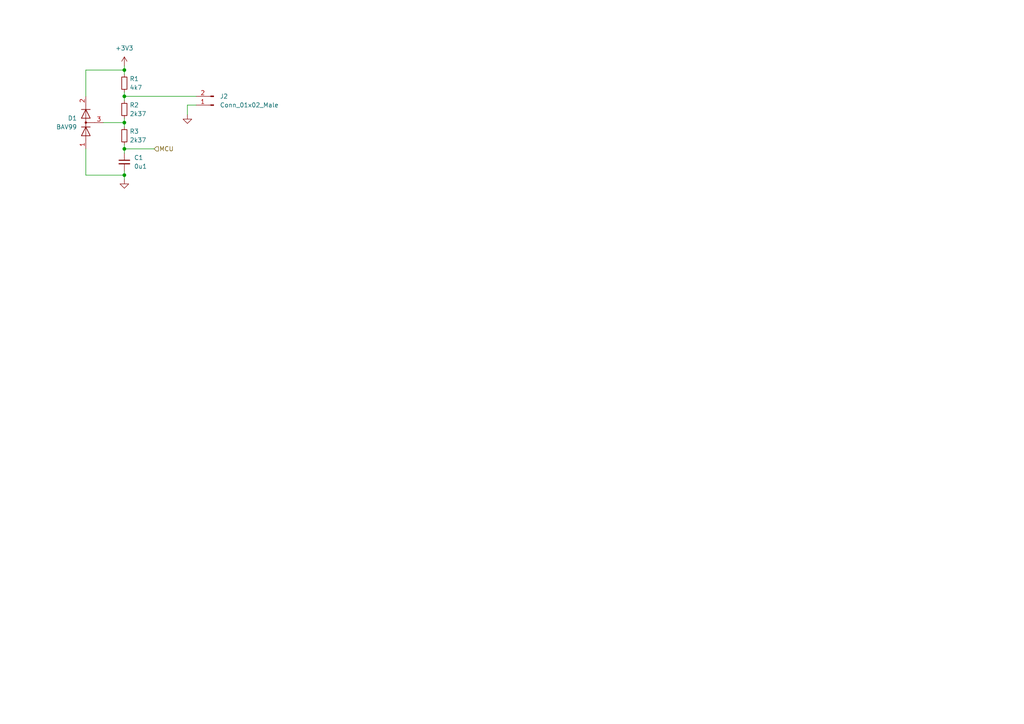
<source format=kicad_sch>
(kicad_sch (version 20211123) (generator eeschema)

  (uuid 12cb82a7-6764-4793-b0c2-8d715c32ace7)

  (paper "A4")

  (lib_symbols
    (symbol "Connector:Conn_01x02_Male" (pin_names (offset 1.016) hide) (in_bom yes) (on_board yes)
      (property "Reference" "J" (id 0) (at 0 2.54 0)
        (effects (font (size 1.27 1.27)))
      )
      (property "Value" "Conn_01x02_Male" (id 1) (at 0 -5.08 0)
        (effects (font (size 1.27 1.27)))
      )
      (property "Footprint" "" (id 2) (at 0 0 0)
        (effects (font (size 1.27 1.27)) hide)
      )
      (property "Datasheet" "~" (id 3) (at 0 0 0)
        (effects (font (size 1.27 1.27)) hide)
      )
      (property "ki_keywords" "connector" (id 4) (at 0 0 0)
        (effects (font (size 1.27 1.27)) hide)
      )
      (property "ki_description" "Generic connector, single row, 01x02, script generated (kicad-library-utils/schlib/autogen/connector/)" (id 5) (at 0 0 0)
        (effects (font (size 1.27 1.27)) hide)
      )
      (property "ki_fp_filters" "Connector*:*_1x??_*" (id 6) (at 0 0 0)
        (effects (font (size 1.27 1.27)) hide)
      )
      (symbol "Conn_01x02_Male_1_1"
        (polyline
          (pts
            (xy 1.27 -2.54)
            (xy 0.8636 -2.54)
          )
          (stroke (width 0.1524) (type default) (color 0 0 0 0))
          (fill (type none))
        )
        (polyline
          (pts
            (xy 1.27 0)
            (xy 0.8636 0)
          )
          (stroke (width 0.1524) (type default) (color 0 0 0 0))
          (fill (type none))
        )
        (rectangle (start 0.8636 -2.413) (end 0 -2.667)
          (stroke (width 0.1524) (type default) (color 0 0 0 0))
          (fill (type outline))
        )
        (rectangle (start 0.8636 0.127) (end 0 -0.127)
          (stroke (width 0.1524) (type default) (color 0 0 0 0))
          (fill (type outline))
        )
        (pin passive line (at 5.08 0 180) (length 3.81)
          (name "Pin_1" (effects (font (size 1.27 1.27))))
          (number "1" (effects (font (size 1.27 1.27))))
        )
        (pin passive line (at 5.08 -2.54 180) (length 3.81)
          (name "Pin_2" (effects (font (size 1.27 1.27))))
          (number "2" (effects (font (size 1.27 1.27))))
        )
      )
    )
    (symbol "Device:C_Small" (pin_numbers hide) (pin_names (offset 0.254) hide) (in_bom yes) (on_board yes)
      (property "Reference" "C" (id 0) (at 0.254 1.778 0)
        (effects (font (size 1.27 1.27)) (justify left))
      )
      (property "Value" "C_Small" (id 1) (at 0.254 -2.032 0)
        (effects (font (size 1.27 1.27)) (justify left))
      )
      (property "Footprint" "" (id 2) (at 0 0 0)
        (effects (font (size 1.27 1.27)) hide)
      )
      (property "Datasheet" "~" (id 3) (at 0 0 0)
        (effects (font (size 1.27 1.27)) hide)
      )
      (property "ki_keywords" "capacitor cap" (id 4) (at 0 0 0)
        (effects (font (size 1.27 1.27)) hide)
      )
      (property "ki_description" "Unpolarized capacitor, small symbol" (id 5) (at 0 0 0)
        (effects (font (size 1.27 1.27)) hide)
      )
      (property "ki_fp_filters" "C_*" (id 6) (at 0 0 0)
        (effects (font (size 1.27 1.27)) hide)
      )
      (symbol "C_Small_0_1"
        (polyline
          (pts
            (xy -1.524 -0.508)
            (xy 1.524 -0.508)
          )
          (stroke (width 0.3302) (type default) (color 0 0 0 0))
          (fill (type none))
        )
        (polyline
          (pts
            (xy -1.524 0.508)
            (xy 1.524 0.508)
          )
          (stroke (width 0.3048) (type default) (color 0 0 0 0))
          (fill (type none))
        )
      )
      (symbol "C_Small_1_1"
        (pin passive line (at 0 2.54 270) (length 2.032)
          (name "~" (effects (font (size 1.27 1.27))))
          (number "1" (effects (font (size 1.27 1.27))))
        )
        (pin passive line (at 0 -2.54 90) (length 2.032)
          (name "~" (effects (font (size 1.27 1.27))))
          (number "2" (effects (font (size 1.27 1.27))))
        )
      )
    )
    (symbol "Device:R_Small" (pin_numbers hide) (pin_names (offset 0.254) hide) (in_bom yes) (on_board yes)
      (property "Reference" "R" (id 0) (at 0.762 0.508 0)
        (effects (font (size 1.27 1.27)) (justify left))
      )
      (property "Value" "R_Small" (id 1) (at 0.762 -1.016 0)
        (effects (font (size 1.27 1.27)) (justify left))
      )
      (property "Footprint" "" (id 2) (at 0 0 0)
        (effects (font (size 1.27 1.27)) hide)
      )
      (property "Datasheet" "~" (id 3) (at 0 0 0)
        (effects (font (size 1.27 1.27)) hide)
      )
      (property "ki_keywords" "R resistor" (id 4) (at 0 0 0)
        (effects (font (size 1.27 1.27)) hide)
      )
      (property "ki_description" "Resistor, small symbol" (id 5) (at 0 0 0)
        (effects (font (size 1.27 1.27)) hide)
      )
      (property "ki_fp_filters" "R_*" (id 6) (at 0 0 0)
        (effects (font (size 1.27 1.27)) hide)
      )
      (symbol "R_Small_0_1"
        (rectangle (start -0.762 1.778) (end 0.762 -1.778)
          (stroke (width 0.2032) (type default) (color 0 0 0 0))
          (fill (type none))
        )
      )
      (symbol "R_Small_1_1"
        (pin passive line (at 0 2.54 270) (length 0.762)
          (name "~" (effects (font (size 1.27 1.27))))
          (number "1" (effects (font (size 1.27 1.27))))
        )
        (pin passive line (at 0 -2.54 90) (length 0.762)
          (name "~" (effects (font (size 1.27 1.27))))
          (number "2" (effects (font (size 1.27 1.27))))
        )
      )
    )
    (symbol "Diode:BAV99" (pin_names hide) (in_bom yes) (on_board yes)
      (property "Reference" "D" (id 0) (at 0 5.08 0)
        (effects (font (size 1.27 1.27)))
      )
      (property "Value" "BAV99" (id 1) (at 0 2.54 0)
        (effects (font (size 1.27 1.27)))
      )
      (property "Footprint" "Package_TO_SOT_SMD:SOT-23" (id 2) (at 0 -12.7 0)
        (effects (font (size 1.27 1.27)) hide)
      )
      (property "Datasheet" "https://assets.nexperia.com/documents/data-sheet/BAV99_SER.pdf" (id 3) (at 0 0 0)
        (effects (font (size 1.27 1.27)) hide)
      )
      (property "ki_keywords" "diode" (id 4) (at 0 0 0)
        (effects (font (size 1.27 1.27)) hide)
      )
      (property "ki_description" "BAV99 High-speed switching diodes, SOT-23" (id 5) (at 0 0 0)
        (effects (font (size 1.27 1.27)) hide)
      )
      (property "ki_fp_filters" "SOT?23*" (id 6) (at 0 0 0)
        (effects (font (size 1.27 1.27)) hide)
      )
      (symbol "BAV99_0_1"
        (polyline
          (pts
            (xy -5.08 0)
            (xy 5.08 0)
          )
          (stroke (width 0) (type default) (color 0 0 0 0))
          (fill (type none))
        )
      )
      (symbol "BAV99_1_1"
        (polyline
          (pts
            (xy 0 0)
            (xy 0 -2.54)
          )
          (stroke (width 0) (type default) (color 0 0 0 0))
          (fill (type none))
        )
        (polyline
          (pts
            (xy -1.27 -1.27)
            (xy -1.27 1.27)
            (xy -1.27 1.27)
          )
          (stroke (width 0.2032) (type default) (color 0 0 0 0))
          (fill (type none))
        )
        (polyline
          (pts
            (xy 3.81 1.27)
            (xy 3.81 -1.27)
            (xy 3.81 -1.27)
          )
          (stroke (width 0.2032) (type default) (color 0 0 0 0))
          (fill (type none))
        )
        (polyline
          (pts
            (xy -3.81 1.27)
            (xy -1.27 0)
            (xy -3.81 -1.27)
            (xy -3.81 1.27)
            (xy -3.81 1.27)
            (xy -3.81 1.27)
          )
          (stroke (width 0.2032) (type default) (color 0 0 0 0))
          (fill (type none))
        )
        (polyline
          (pts
            (xy 1.27 1.27)
            (xy 3.81 0)
            (xy 1.27 -1.27)
            (xy 1.27 1.27)
            (xy 1.27 1.27)
            (xy 1.27 1.27)
          )
          (stroke (width 0.2032) (type default) (color 0 0 0 0))
          (fill (type none))
        )
        (circle (center 0 0) (radius 0.254)
          (stroke (width 0) (type default) (color 0 0 0 0))
          (fill (type outline))
        )
        (pin passive line (at -7.62 0 0) (length 2.54)
          (name "K" (effects (font (size 1.27 1.27))))
          (number "1" (effects (font (size 1.27 1.27))))
        )
        (pin passive line (at 7.62 0 180) (length 2.54)
          (name "A" (effects (font (size 1.27 1.27))))
          (number "2" (effects (font (size 1.27 1.27))))
        )
        (pin passive line (at 0 -5.08 90) (length 2.54)
          (name "K" (effects (font (size 1.27 1.27))))
          (number "3" (effects (font (size 1.27 1.27))))
        )
      )
    )
    (symbol "power:+3V3" (power) (pin_names (offset 0)) (in_bom yes) (on_board yes)
      (property "Reference" "#PWR" (id 0) (at 0 -3.81 0)
        (effects (font (size 1.27 1.27)) hide)
      )
      (property "Value" "+3V3" (id 1) (at 0 3.556 0)
        (effects (font (size 1.27 1.27)))
      )
      (property "Footprint" "" (id 2) (at 0 0 0)
        (effects (font (size 1.27 1.27)) hide)
      )
      (property "Datasheet" "" (id 3) (at 0 0 0)
        (effects (font (size 1.27 1.27)) hide)
      )
      (property "ki_keywords" "power-flag" (id 4) (at 0 0 0)
        (effects (font (size 1.27 1.27)) hide)
      )
      (property "ki_description" "Power symbol creates a global label with name \"+3V3\"" (id 5) (at 0 0 0)
        (effects (font (size 1.27 1.27)) hide)
      )
      (symbol "+3V3_0_1"
        (polyline
          (pts
            (xy -0.762 1.27)
            (xy 0 2.54)
          )
          (stroke (width 0) (type default) (color 0 0 0 0))
          (fill (type none))
        )
        (polyline
          (pts
            (xy 0 0)
            (xy 0 2.54)
          )
          (stroke (width 0) (type default) (color 0 0 0 0))
          (fill (type none))
        )
        (polyline
          (pts
            (xy 0 2.54)
            (xy 0.762 1.27)
          )
          (stroke (width 0) (type default) (color 0 0 0 0))
          (fill (type none))
        )
      )
      (symbol "+3V3_1_1"
        (pin power_in line (at 0 0 90) (length 0) hide
          (name "+3V3" (effects (font (size 1.27 1.27))))
          (number "1" (effects (font (size 1.27 1.27))))
        )
      )
    )
    (symbol "power:GND" (power) (pin_names (offset 0)) (in_bom yes) (on_board yes)
      (property "Reference" "#PWR" (id 0) (at 0 -6.35 0)
        (effects (font (size 1.27 1.27)) hide)
      )
      (property "Value" "GND" (id 1) (at 0 -3.81 0)
        (effects (font (size 1.27 1.27)))
      )
      (property "Footprint" "" (id 2) (at 0 0 0)
        (effects (font (size 1.27 1.27)) hide)
      )
      (property "Datasheet" "" (id 3) (at 0 0 0)
        (effects (font (size 1.27 1.27)) hide)
      )
      (property "ki_keywords" "power-flag" (id 4) (at 0 0 0)
        (effects (font (size 1.27 1.27)) hide)
      )
      (property "ki_description" "Power symbol creates a global label with name \"GND\" , ground" (id 5) (at 0 0 0)
        (effects (font (size 1.27 1.27)) hide)
      )
      (symbol "GND_0_1"
        (polyline
          (pts
            (xy 0 0)
            (xy 0 -1.27)
            (xy 1.27 -1.27)
            (xy 0 -2.54)
            (xy -1.27 -1.27)
            (xy 0 -1.27)
          )
          (stroke (width 0) (type default) (color 0 0 0 0))
          (fill (type none))
        )
      )
      (symbol "GND_1_1"
        (pin power_in line (at 0 0 270) (length 0) hide
          (name "GND" (effects (font (size 1.27 1.27))))
          (number "1" (effects (font (size 1.27 1.27))))
        )
      )
    )
  )

  (junction (at 36.068 35.56) (diameter 0) (color 0 0 0 0)
    (uuid 307e91fd-acf5-4ffb-ad7b-68d977021b90)
  )
  (junction (at 36.068 43.18) (diameter 0) (color 0 0 0 0)
    (uuid 660e1eb5-459b-45e2-83ea-f1963c9cd392)
  )
  (junction (at 36.068 50.8) (diameter 0) (color 0 0 0 0)
    (uuid 97aea03a-1f3f-4578-b579-843e3438909e)
  )
  (junction (at 36.068 27.94) (diameter 0) (color 0 0 0 0)
    (uuid d312eb34-9a1f-481e-a0d5-0a4d45684a0a)
  )
  (junction (at 36.068 20.32) (diameter 0) (color 0 0 0 0)
    (uuid ecddc3ec-e112-44fe-b733-6a1d9ac9f34f)
  )

  (wire (pts (xy 24.892 20.32) (xy 36.068 20.32))
    (stroke (width 0) (type default) (color 0 0 0 0))
    (uuid 0d9fab8e-b109-45f5-b553-8523df7eaa5d)
  )
  (wire (pts (xy 54.356 30.48) (xy 54.356 33.274))
    (stroke (width 0) (type default) (color 0 0 0 0))
    (uuid 2e1e1f94-0897-4432-acf3-73fe7762f5ac)
  )
  (wire (pts (xy 36.068 49.53) (xy 36.068 50.8))
    (stroke (width 0) (type default) (color 0 0 0 0))
    (uuid 41496dac-f1b6-486f-b44e-516a68f75a6e)
  )
  (wire (pts (xy 36.068 43.18) (xy 44.704 43.18))
    (stroke (width 0) (type default) (color 0 0 0 0))
    (uuid 44a48b76-6a1d-4ae6-8bc1-29028b62386e)
  )
  (wire (pts (xy 36.068 50.8) (xy 36.068 52.07))
    (stroke (width 0) (type default) (color 0 0 0 0))
    (uuid 5acafd0d-cb8a-4697-97ee-c8c56118b752)
  )
  (wire (pts (xy 36.068 34.29) (xy 36.068 35.56))
    (stroke (width 0) (type default) (color 0 0 0 0))
    (uuid 63a50212-a5de-4d76-85dc-14a629fe6a44)
  )
  (wire (pts (xy 36.068 19.05) (xy 36.068 20.32))
    (stroke (width 0) (type default) (color 0 0 0 0))
    (uuid 75807209-c162-45b5-970f-0bf9fb5bde0b)
  )
  (wire (pts (xy 24.892 50.8) (xy 36.068 50.8))
    (stroke (width 0) (type default) (color 0 0 0 0))
    (uuid 77c7a83f-31ca-4d50-a916-c82dbeff35e0)
  )
  (wire (pts (xy 24.892 43.18) (xy 24.892 50.8))
    (stroke (width 0) (type default) (color 0 0 0 0))
    (uuid 8b4ffdec-f35e-48f3-bef2-500c2d80d6d1)
  )
  (wire (pts (xy 24.892 27.94) (xy 24.892 20.32))
    (stroke (width 0) (type default) (color 0 0 0 0))
    (uuid 9a11f69d-dfe4-4989-90b7-711b69c8f4b9)
  )
  (wire (pts (xy 56.896 30.48) (xy 54.356 30.48))
    (stroke (width 0) (type default) (color 0 0 0 0))
    (uuid a3498f2e-ae75-47f7-a1e4-eaf8db5e6d19)
  )
  (wire (pts (xy 36.068 26.67) (xy 36.068 27.94))
    (stroke (width 0) (type default) (color 0 0 0 0))
    (uuid a8a3a6b1-83c3-422d-8f9a-91a79549bd08)
  )
  (wire (pts (xy 36.068 35.56) (xy 36.068 36.83))
    (stroke (width 0) (type default) (color 0 0 0 0))
    (uuid aa986847-1007-4013-bef2-6b4da69f4f49)
  )
  (wire (pts (xy 36.068 43.18) (xy 36.068 44.45))
    (stroke (width 0) (type default) (color 0 0 0 0))
    (uuid aadacab5-ba54-428c-8f9b-b57457d217cb)
  )
  (wire (pts (xy 36.068 20.32) (xy 36.068 21.59))
    (stroke (width 0) (type default) (color 0 0 0 0))
    (uuid ad941bb6-9c9b-4578-8228-350f642d4cec)
  )
  (wire (pts (xy 36.068 27.94) (xy 56.896 27.94))
    (stroke (width 0) (type default) (color 0 0 0 0))
    (uuid bdb57f26-5ede-4f4c-9532-3ce4c07971de)
  )
  (wire (pts (xy 29.972 35.56) (xy 36.068 35.56))
    (stroke (width 0) (type default) (color 0 0 0 0))
    (uuid c0c0eaf1-da3e-467d-a31c-1838f420f57f)
  )
  (wire (pts (xy 36.068 41.91) (xy 36.068 43.18))
    (stroke (width 0) (type default) (color 0 0 0 0))
    (uuid c35a4e64-d785-4bbb-9cd8-21825fed0b93)
  )
  (wire (pts (xy 36.068 27.94) (xy 36.068 29.21))
    (stroke (width 0) (type default) (color 0 0 0 0))
    (uuid dd297ee1-765f-474d-8ead-a1c59b21f454)
  )

  (hierarchical_label "MCU" (shape input) (at 44.704 43.18 0)
    (effects (font (size 1.27 1.27)) (justify left))
    (uuid 493a6110-ebf5-409e-8ea7-3f247748d86e)
  )

  (symbol (lib_id "power:+3V3") (at 36.068 19.05 0) (unit 1)
    (in_bom yes) (on_board yes) (fields_autoplaced)
    (uuid 03b628d9-2172-4c03-8ebb-b2d97741cf34)
    (property "Reference" "#PWR0103" (id 0) (at 36.068 22.86 0)
      (effects (font (size 1.27 1.27)) hide)
    )
    (property "Value" "+3V3" (id 1) (at 36.068 13.97 0))
    (property "Footprint" "" (id 2) (at 36.068 19.05 0)
      (effects (font (size 1.27 1.27)) hide)
    )
    (property "Datasheet" "" (id 3) (at 36.068 19.05 0)
      (effects (font (size 1.27 1.27)) hide)
    )
    (pin "1" (uuid ce797c37-ea2e-4ad0-a02f-068ce4d9e54a))
  )

  (symbol (lib_id "Connector:Conn_01x02_Male") (at 61.976 30.48 180) (unit 1)
    (in_bom yes) (on_board yes) (fields_autoplaced)
    (uuid 506807d8-d18d-4a3b-8f8c-f0c1d1a8e6e3)
    (property "Reference" "J2" (id 0) (at 63.754 27.9399 0)
      (effects (font (size 1.27 1.27)) (justify right))
    )
    (property "Value" "Conn_01x02_Male" (id 1) (at 63.754 30.4799 0)
      (effects (font (size 1.27 1.27)) (justify right))
    )
    (property "Footprint" "Connector_JST:JST_XH_S2B-XH-A-1_1x02_P2.50mm_Horizontal" (id 2) (at 61.976 30.48 0)
      (effects (font (size 1.27 1.27)) hide)
    )
    (property "Datasheet" "~" (id 3) (at 61.976 30.48 0)
      (effects (font (size 1.27 1.27)) hide)
    )
    (pin "1" (uuid 975a4fd5-bfa5-40a4-ada6-59b6ca2546b0))
    (pin "2" (uuid 14aff705-7835-4f17-ba35-337e0c77b3d1))
  )

  (symbol (lib_id "Device:C_Small") (at 36.068 46.99 0) (unit 1)
    (in_bom yes) (on_board yes) (fields_autoplaced)
    (uuid 54c9968a-1acb-4e43-849e-4363a7930531)
    (property "Reference" "C1" (id 0) (at 38.862 45.7262 0)
      (effects (font (size 1.27 1.27)) (justify left))
    )
    (property "Value" "0u1" (id 1) (at 38.862 48.2662 0)
      (effects (font (size 1.27 1.27)) (justify left))
    )
    (property "Footprint" "Capacitor_SMD:C_0603_1608Metric_Pad1.08x0.95mm_HandSolder" (id 2) (at 36.068 46.99 0)
      (effects (font (size 1.27 1.27)) hide)
    )
    (property "Datasheet" "~" (id 3) (at 36.068 46.99 0)
      (effects (font (size 1.27 1.27)) hide)
    )
    (pin "1" (uuid e6f1868e-dcee-470d-8ea7-858a044b46e1))
    (pin "2" (uuid 607d2218-b5f1-4784-8496-b6d7bd8c8195))
  )

  (symbol (lib_id "power:GND") (at 36.068 52.07 0) (unit 1)
    (in_bom yes) (on_board yes) (fields_autoplaced)
    (uuid 5920a172-2687-4c1c-9842-4ac7f346edd7)
    (property "Reference" "#PWR0104" (id 0) (at 36.068 58.42 0)
      (effects (font (size 1.27 1.27)) hide)
    )
    (property "Value" "GND" (id 1) (at 36.068 56.642 0)
      (effects (font (size 1.27 1.27)) hide)
    )
    (property "Footprint" "" (id 2) (at 36.068 52.07 0)
      (effects (font (size 1.27 1.27)) hide)
    )
    (property "Datasheet" "" (id 3) (at 36.068 52.07 0)
      (effects (font (size 1.27 1.27)) hide)
    )
    (pin "1" (uuid f00f8921-809a-4bd7-8c07-47e94d408404))
  )

  (symbol (lib_id "Device:R_Small") (at 36.068 31.75 0) (unit 1)
    (in_bom yes) (on_board yes) (fields_autoplaced)
    (uuid 8c59c556-182f-4780-a77b-ba9100d906de)
    (property "Reference" "R2" (id 0) (at 37.592 30.4799 0)
      (effects (font (size 1.27 1.27)) (justify left))
    )
    (property "Value" "2k37" (id 1) (at 37.592 33.0199 0)
      (effects (font (size 1.27 1.27)) (justify left))
    )
    (property "Footprint" "Resistor_SMD:R_0603_1608Metric_Pad0.98x0.95mm_HandSolder" (id 2) (at 36.068 31.75 0)
      (effects (font (size 1.27 1.27)) hide)
    )
    (property "Datasheet" "~" (id 3) (at 36.068 31.75 0)
      (effects (font (size 1.27 1.27)) hide)
    )
    (pin "1" (uuid fb6ef7cf-f2be-4d04-a8a2-e3ece116d6ba))
    (pin "2" (uuid f5e6b998-3f4b-4337-a5a4-e7e86fcb4c63))
  )

  (symbol (lib_id "Diode:BAV99") (at 24.892 35.56 90) (unit 1)
    (in_bom yes) (on_board yes) (fields_autoplaced)
    (uuid bedcbc14-eb2d-48a0-abb0-7c69d975fe7f)
    (property "Reference" "D1" (id 0) (at 22.352 34.2899 90)
      (effects (font (size 1.27 1.27)) (justify left))
    )
    (property "Value" "BAV99" (id 1) (at 22.352 36.8299 90)
      (effects (font (size 1.27 1.27)) (justify left))
    )
    (property "Footprint" "Package_TO_SOT_SMD:SOT-23" (id 2) (at 37.592 35.56 0)
      (effects (font (size 1.27 1.27)) hide)
    )
    (property "Datasheet" "https://assets.nexperia.com/documents/data-sheet/BAV99_SER.pdf" (id 3) (at 24.892 35.56 0)
      (effects (font (size 1.27 1.27)) hide)
    )
    (pin "1" (uuid b549fb5a-a0f9-4cef-ac10-917bf8920f65))
    (pin "2" (uuid c96a9ee8-9697-40c6-8dd4-1eed11a0153a))
    (pin "3" (uuid a6851e2d-7b82-41a0-b17b-1592f577bb8c))
  )

  (symbol (lib_id "Device:R_Small") (at 36.068 39.37 0) (unit 1)
    (in_bom yes) (on_board yes) (fields_autoplaced)
    (uuid c2cbfa26-4947-4499-aab8-89ecab014988)
    (property "Reference" "R3" (id 0) (at 37.592 38.0999 0)
      (effects (font (size 1.27 1.27)) (justify left))
    )
    (property "Value" "2k37" (id 1) (at 37.592 40.6399 0)
      (effects (font (size 1.27 1.27)) (justify left))
    )
    (property "Footprint" "Resistor_SMD:R_0603_1608Metric_Pad0.98x0.95mm_HandSolder" (id 2) (at 36.068 39.37 0)
      (effects (font (size 1.27 1.27)) hide)
    )
    (property "Datasheet" "~" (id 3) (at 36.068 39.37 0)
      (effects (font (size 1.27 1.27)) hide)
    )
    (pin "1" (uuid 3884bd8c-395b-4f6e-a873-df4bfdcbb48d))
    (pin "2" (uuid 7530bec6-d93a-4aa0-b2ff-0e2249f5bfaf))
  )

  (symbol (lib_id "Device:R_Small") (at 36.068 24.13 0) (unit 1)
    (in_bom yes) (on_board yes) (fields_autoplaced)
    (uuid c5c04bb6-1eb0-4bf8-8627-49997bce07bc)
    (property "Reference" "R1" (id 0) (at 37.592 22.8599 0)
      (effects (font (size 1.27 1.27)) (justify left))
    )
    (property "Value" "4k7" (id 1) (at 37.592 25.3999 0)
      (effects (font (size 1.27 1.27)) (justify left))
    )
    (property "Footprint" "Resistor_SMD:R_0603_1608Metric_Pad0.98x0.95mm_HandSolder" (id 2) (at 36.068 24.13 0)
      (effects (font (size 1.27 1.27)) hide)
    )
    (property "Datasheet" "~" (id 3) (at 36.068 24.13 0)
      (effects (font (size 1.27 1.27)) hide)
    )
    (pin "1" (uuid 38250737-6504-4003-80e3-a73cb6306f33))
    (pin "2" (uuid 22db9486-b63a-42f0-bad7-58d80d48cd8a))
  )

  (symbol (lib_id "power:GND") (at 54.356 33.274 0) (unit 1)
    (in_bom yes) (on_board yes) (fields_autoplaced)
    (uuid f5088f90-eafb-4bc4-86a7-c90a43db33a4)
    (property "Reference" "#PWR0105" (id 0) (at 54.356 39.624 0)
      (effects (font (size 1.27 1.27)) hide)
    )
    (property "Value" "GND" (id 1) (at 54.356 37.846 0)
      (effects (font (size 1.27 1.27)) hide)
    )
    (property "Footprint" "" (id 2) (at 54.356 33.274 0)
      (effects (font (size 1.27 1.27)) hide)
    )
    (property "Datasheet" "" (id 3) (at 54.356 33.274 0)
      (effects (font (size 1.27 1.27)) hide)
    )
    (pin "1" (uuid 633445ff-c550-4b79-86ce-e837109eea3e))
  )
)

</source>
